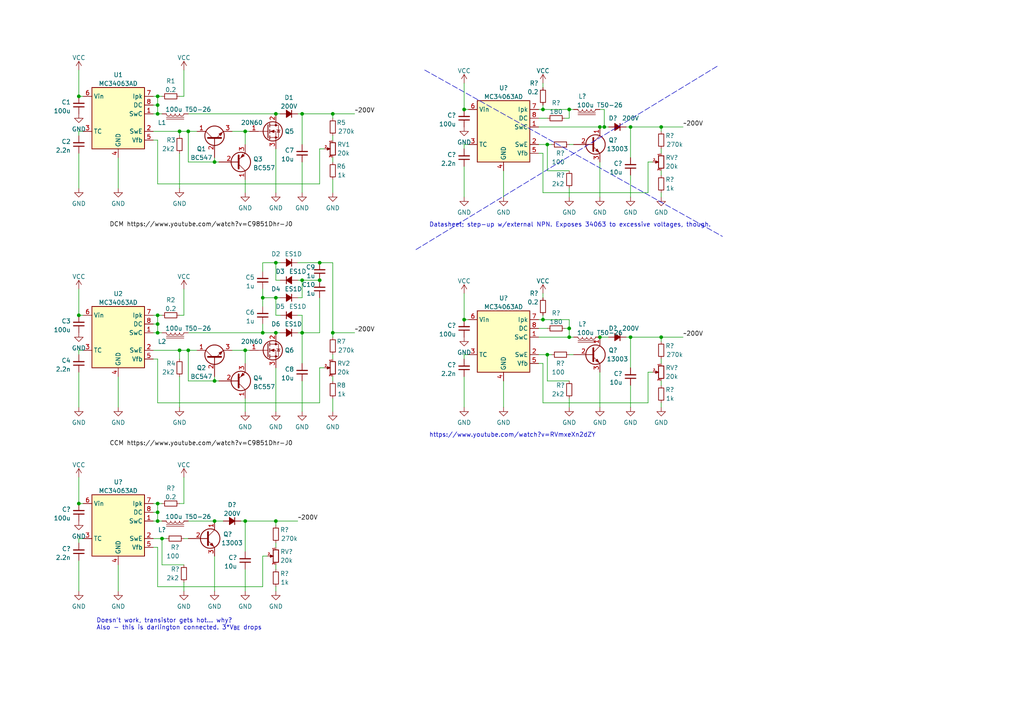
<source format=kicad_sch>
(kicad_sch (version 20211123) (generator eeschema)
  (paper "A4")
  (lib_symbols
    (symbol "Device:C_Small" (pin_numbers hide) (pin_names (offset 0.254) hide)
      (property "Reference" "C" (at 0.254 1.778 0))
      (property "Value" "C_Small" (at 0.254 -2.032 0))
      (symbol "C_Small_0_1"
        (polyline (pts (xy -1.524 -0.508) (xy 1.524 -0.508)) (stroke (width 0.3302)))
        (polyline (pts (xy -1.524 0.508) (xy 1.524 0.508)) (stroke (width 0.3048)))
      )
      (symbol "C_Small_1_1"
        (pin passive line (at 0 2.54 270) (length 2.032) (name "~") (number "1"))
        (pin passive line (at 0 -2.54 90) (length 2.032) (name "~") (number "2"))
      )
    )
    (symbol "Device:D_Small_Filled" (pin_numbers hide) (pin_names (offset 0.254) hide)
      (property "Reference" "D" (at -1.27 2.032 0))
      (property "Value" "D_Small_Filled" (at -3.81 -2.032 0))
      (symbol "D_Small_Filled_0_1"
        (polyline (pts (xy -0.762 -1.016) (xy -0.762 1.016)) (stroke (width 0.254)))
        (polyline (pts (xy -0.762 0) (xy 0.762 0)))
        (polyline (pts (xy 0.762 -1.016) (xy -0.762 0) (xy 0.762 1.016) (xy 0.762 -1.016)) (stroke (width 0.254)) (fill (type outline)))
      )
      (symbol "D_Small_Filled_1_1"
        (pin passive line (at -2.54 0 0) (length 1.778) (name "K") (number "1"))
        (pin passive line (at 2.54 0 180) (length 1.778) (name "A") (number "2"))
      )
    )
    (symbol "Device:L_Iron" (pin_numbers hide) (pin_names (offset 1.016) hide)
      (property "Reference" "L" (at -1.27 0 90))
      (property "Value" "L_Iron" (at 2.794 0 90))
      (symbol "L_Iron_0_1"
        (arc (start 0 -2.54) (mid 0.635 -1.905) (end 0 -1.27))
        (arc (start 0 -1.27) (mid 0.635 -0.635) (end 0 0))
        (polyline (pts (xy 1.016 2.54) (xy 1.016 -2.54)))
        (polyline (pts (xy 1.524 -2.54) (xy 1.524 2.54)))
        (arc (start 0 0) (mid 0.635 0.635) (end 0 1.27))
        (arc (start 0 1.27) (mid 0.635 1.905) (end 0 2.54))
      )
      (symbol "L_Iron_1_1"
        (pin passive line (at 0 3.81 270) (length 1.27) (name "1") (number "1"))
        (pin passive line (at 0 -3.81 90) (length 1.27) (name "2") (number "2"))
      )
    )
    (symbol "Device:Q_NMOS_GDS" (pin_names (offset 0) hide)
      (property "Reference" "Q" (at 5.08 1.27 0))
      (property "Value" "Q_NMOS_GDS" (at 5.08 -1.27 0))
      (symbol "Q_NMOS_GDS_0_1"
        (polyline (pts (xy 0.254 0) (xy -2.54 0)))
        (polyline (pts (xy 0.254 1.905) (xy 0.254 -1.905)) (stroke (width 0.254)))
        (polyline (pts (xy 0.762 -1.27) (xy 0.762 -2.286)) (stroke (width 0.254)))
        (polyline (pts (xy 0.762 0.508) (xy 0.762 -0.508)) (stroke (width 0.254)))
        (polyline (pts (xy 0.762 2.286) (xy 0.762 1.27)) (stroke (width 0.254)))
        (polyline (pts (xy 2.54 2.54) (xy 2.54 1.778)))
        (polyline (pts (xy 2.54 -2.54) (xy 2.54 0) (xy 0.762 0)))
        (polyline (pts (xy 0.762 -1.778) (xy 3.302 -1.778) (xy 3.302 1.778) (xy 0.762 1.778)))
        (polyline (pts (xy 1.016 0) (xy 2.032 0.381) (xy 2.032 -0.381) (xy 1.016 0)) (fill (type outline)))
        (polyline (pts (xy 2.794 0.508) (xy 2.921 0.381) (xy 3.683 0.381) (xy 3.81 0.254)))
        (polyline (pts (xy 3.302 0.381) (xy 2.921 -0.254) (xy 3.683 -0.254) (xy 3.302 0.381)))
        (circle (center 1.651 0) (radius 2.794) (stroke (width 0.254)))
        (circle (center 2.54 -1.778) (radius 0.254) (fill (type outline)))
        (circle (center 2.54 1.778) (radius 0.254) (fill (type outline)))
      )
      (symbol "Q_NMOS_GDS_1_1"
        (pin input line (at -5.08 0 0) (length 2.54) (name "G") (number "1"))
        (pin passive line (at 2.54 5.08 270) (length 2.54) (name "D") (number "2"))
        (pin passive line (at 2.54 -5.08 90) (length 2.54) (name "S") (number "3"))
      )
    )
    (symbol "Device:Q_NPN_CBE" (pin_names (offset 0) hide)
      (property "Reference" "Q" (at 5.08 1.27 0))
      (property "Value" "Q_NPN_CBE" (at 5.08 -1.27 0))
      (symbol "Q_NPN_CBE_0_1"
        (polyline (pts (xy 0.635 0.635) (xy 2.54 2.54)))
        (polyline (pts (xy 0.635 -0.635) (xy 2.54 -2.54) (xy 2.54 -2.54)))
        (polyline (pts (xy 0.635 1.905) (xy 0.635 -1.905) (xy 0.635 -1.905)) (stroke (width 0.508)))
        (polyline (pts (xy 1.27 -1.778) (xy 1.778 -1.27) (xy 2.286 -2.286) (xy 1.27 -1.778) (xy 1.27 -1.778)) (fill (type outline)))
        (circle (center 1.27 0) (radius 2.8194) (stroke (width 0.254)))
      )
      (symbol "Q_NPN_CBE_1_1"
        (pin passive line (at 2.54 5.08 270) (length 2.54) (name "C") (number "1"))
        (pin input line (at -5.08 0 0) (length 5.715) (name "B") (number "2"))
        (pin passive line (at 2.54 -5.08 90) (length 2.54) (name "E") (number "3"))
      )
    )
    (symbol "Device:Q_PNP_CBE" (pin_names (offset 0) hide)
      (property "Reference" "Q" (at 5.08 1.27 0))
      (property "Value" "Q_PNP_CBE" (at 5.08 -1.27 0))
      (symbol "Q_PNP_CBE_0_1"
        (polyline (pts (xy 0.635 0.635) (xy 2.54 2.54)))
        (polyline (pts (xy 0.635 -0.635) (xy 2.54 -2.54) (xy 2.54 -2.54)))
        (polyline (pts (xy 0.635 1.905) (xy 0.635 -1.905) (xy 0.635 -1.905)) (stroke (width 0.508)))
        (polyline (pts (xy 2.286 -1.778) (xy 1.778 -2.286) (xy 1.27 -1.27) (xy 2.286 -1.778) (xy 2.286 -1.778)) (fill (type outline)))
        (circle (center 1.27 0) (radius 2.8194) (stroke (width 0.254)))
      )
      (symbol "Q_PNP_CBE_1_1"
        (pin passive line (at 2.54 5.08 270) (length 2.54) (name "C") (number "1"))
        (pin input line (at -5.08 0 0) (length 5.715) (name "B") (number "2"))
        (pin passive line (at 2.54 -5.08 90) (length 2.54) (name "E") (number "3"))
      )
    )
    (symbol "Device:R_Potentiometer_Small" (pin_names (offset 1.016) hide)
      (property "Reference" "RV" (at -4.445 0 90))
      (property "Value" "R_Potentiometer_Small" (at -2.54 0 90))
      (symbol "R_Potentiometer_Small_0_1"
        (polyline (pts (xy 0.889 0) (xy 0.635 0) (xy 1.651 0.381) (xy 1.651 -0.381) (xy 0.635 0) (xy 0.889 0)) (fill (type outline)))
        (rectangle (start 0.762 1.8034) (end -0.762 -1.8034) (stroke (width 0.254)))
      )
      (symbol "R_Potentiometer_Small_1_1"
        (pin passive line (at 0 2.54 270) (length 0.635) (name "1") (number "1"))
        (pin passive line (at 2.54 0 180) (length 0.9906) (name "2") (number "2"))
        (pin passive line (at 0 -2.54 90) (length 0.635) (name "3") (number "3"))
      )
    )
    (symbol "Device:R_Small" (pin_numbers hide) (pin_names (offset 0.254) hide)
      (property "Reference" "R" (at 0.762 0.508 0))
      (property "Value" "R_Small" (at 0.762 -1.016 0))
      (symbol "R_Small_0_1"
        (rectangle (start -0.762 1.778) (end 0.762 -1.778) (stroke (width 0.2032)))
      )
      (symbol "R_Small_1_1"
        (pin passive line (at 0 2.54 270) (length 0.762) (name "~") (number "1"))
        (pin passive line (at 0 -2.54 90) (length 0.762) (name "~") (number "2"))
      )
    )
    (symbol "Regulator_Switching:MC34063AD"
      (property "Reference" "U" (at -7.62 8.89 0))
      (property "Value" "MC34063AD" (at 0 8.89 0))
      (symbol "MC34063AD_0_1"
        (rectangle (start -7.62 7.62) (end 7.62 -10.16) (stroke (width 0.254)) (fill (type background)))
      )
      (symbol "MC34063AD_1_1"
        (pin open_collector line (at 10.16 0 180) (length 2.54) (name "SwC") (number "1"))
        (pin open_emitter line (at 10.16 -5.08 180) (length 2.54) (name "SwE") (number "2"))
        (pin passive line (at -10.16 -5.08 0) (length 2.54) (name "TC") (number "3"))
        (pin power_in line (at 0 -12.7 90) (length 2.54) (name "GND") (number "4"))
        (pin input line (at 10.16 -7.62 180) (length 2.54) (name "Vfb") (number "5"))
        (pin power_in line (at -10.16 5.08 0) (length 2.54) (name "Vin") (number "6"))
        (pin input line (at 10.16 5.08 180) (length 2.54) (name "Ipk") (number "7"))
        (pin open_collector line (at 10.16 2.54 180) (length 2.54) (name "DC") (number "8"))
      )
    )
    (symbol "power:GND" (power) (pin_names (offset 0))
      (property "Value" "GND" (at 0 -3.81 0))
      (symbol "GND_0_1"
        (polyline (pts (xy 0 0) (xy 0 -1.27) (xy 1.27 -1.27) (xy 0 -2.54) (xy -1.27 -1.27) (xy 0 -1.27)))
      )
      (symbol "GND_1_1"
        (pin power_in line (at 0 0 270) (length 0) hide (name "GND") (number "1"))
      )
    )
    (symbol "power:VCC" (power) (pin_names (offset 0))
      (property "Value" "VCC" (at 0 3.81 0))
      (symbol "VCC_0_1"
        (polyline (pts (xy -0.762 1.27) (xy 0 2.54)))
        (polyline (pts (xy 0 0) (xy 0 2.54)))
        (polyline (pts (xy 0 2.54) (xy 0.762 1.27)))
      )
      (symbol "VCC_1_1"
        (pin power_in line (at 0 0 90) (length 0) hide (name "VCC") (number "1"))
      )
    )
  )
  (junction (at 52.07 101.6))
  (junction (at 87.63 33.02))
  (junction (at 45.72 91.44))
  (junction (at 22.86 146.05))
  (junction (at 182.88 97.79))
  (junction (at 87.63 96.52))
  (junction (at 96.52 96.52))
  (junction (at 165.1 31.75))
  (junction (at 54.61 38.1))
  (junction (at 157.48 92.71))
  (junction (at 46.99 156.21))
  (junction (at 92.71 81.28))
  (junction (at 22.86 27.94))
  (junction (at 96.52 33.02))
  (junction (at 157.48 31.75))
  (junction (at 62.23 151.13))
  (junction (at 158.75 41.91))
  (junction (at 71.12 101.6))
  (junction (at 45.72 148.59))
  (junction (at 62.23 46.99))
  (junction (at 165.1 95.25))
  (junction (at 173.99 97.79))
  (junction (at 191.77 97.79))
  (junction (at 191.77 36.83))
  (junction (at 62.23 110.49))
  (junction (at 54.61 101.6))
  (junction (at 71.12 38.1))
  (junction (at 80.01 33.02))
  (junction (at 173.99 36.83))
  (junction (at 45.72 33.02))
  (junction (at 175.26 36.83))
  (junction (at 52.07 38.1))
  (junction (at 134.62 31.75))
  (junction (at 45.72 93.98))
  (junction (at 22.86 91.44))
  (junction (at 76.2 86.36))
  (junction (at 45.72 146.05))
  (junction (at 45.72 96.52))
  (junction (at 76.2 96.52))
  (junction (at 158.75 102.87))
  (junction (at 80.01 86.36))
  (junction (at 134.62 92.71))
  (junction (at 80.01 96.52))
  (junction (at 80.01 76.2))
  (junction (at 71.12 151.13))
  (junction (at 182.88 36.83))
  (junction (at 92.71 76.2))
  (junction (at 87.63 81.28))
  (junction (at 165.1 97.79))
  (junction (at 80.01 151.13))
  (junction (at 45.72 30.48))
  (junction (at 45.72 27.94))
  (junction (at 45.72 151.13))
  (wire (pts (xy 96.52 102.87) (xy 96.52 104.14)))
  (wire (pts (xy 92.71 81.28) (xy 87.63 81.28)))
  (wire (pts (xy 52.07 109.22) (xy 52.07 118.11)))
  (wire (pts (xy 45.72 170.18) (xy 45.72 158.75)))
  (wire (pts (xy 198.12 97.79) (xy 191.77 97.79)))
  (wire (pts (xy 86.36 91.44) (xy 87.63 91.44)))
  (wire (pts (xy 157.48 25.4) (xy 157.48 24.13)))
  (wire (pts (xy 134.62 41.91) (xy 135.89 41.91)))
  (wire (pts (xy 71.12 151.13) (xy 69.85 151.13)))
  (wire (pts (xy 81.28 81.28) (xy 80.01 81.28)))
  (wire (pts (xy 96.52 55.88) (xy 96.52 52.07)))
  (wire (pts (xy 45.72 158.75) (xy 44.45 158.75)))
  (wire (pts (xy 22.86 20.32) (xy 22.86 27.94)))
  (wire (pts (xy 173.99 31.75) (xy 175.26 31.75)))
  (wire (pts (xy 87.63 33.02) (xy 86.36 33.02)))
  (wire (pts (xy 191.77 118.11) (xy 191.77 116.84)))
  (wire (pts (xy 71.12 38.1) (xy 71.12 41.91)))
  (wire (pts (xy 22.86 27.94) (xy 24.13 27.94)))
  (wire (pts (xy 165.1 102.87) (xy 166.37 102.87)))
  (wire (pts (xy 158.75 41.91) (xy 158.75 49.53)))
  (wire (pts (xy 158.75 110.49) (xy 165.1 110.49)))
  (wire (pts (xy 80.01 106.68) (xy 80.01 119.38)))
  (wire (pts (xy 96.52 119.38) (xy 96.52 115.57)))
  (wire (pts (xy 191.77 104.14) (xy 191.77 105.41)))
  (wire (pts (xy 146.05 110.49) (xy 146.05 118.11)))
  (wire (pts (xy 96.52 96.52) (xy 96.52 76.2)))
  (wire (pts (xy 93.98 106.68) (xy 92.71 106.68)))
  (wire (pts (xy 52.07 146.05) (xy 53.34 146.05)))
  (wire (pts (xy 187.96 46.99) (xy 187.96 55.88)))
  (wire (pts (xy 80.01 163.83) (xy 80.01 165.1)))
  (wire (pts (xy 80.01 157.48) (xy 80.01 158.75)))
  (wire (pts (xy 191.77 97.79) (xy 182.88 97.79)))
  (wire (pts (xy 191.77 57.15) (xy 191.77 55.88)))
  (wire (pts (xy 54.61 110.49) (xy 54.61 101.6)))
  (wire (pts (xy 64.77 151.13) (xy 62.23 151.13)))
  (wire (pts (xy 80.01 151.13) (xy 71.12 151.13)))
  (wire (pts (xy 182.88 111.76) (xy 182.88 118.11)))
  (wire (pts (xy 157.48 92.71) (xy 157.48 91.44)))
  (wire (pts (xy 134.62 43.18) (xy 134.62 41.91)))
  (wire (pts (xy 44.45 93.98) (xy 45.72 93.98)))
  (wire (pts (xy 182.88 36.83) (xy 181.61 36.83)))
  (wire (pts (xy 62.23 45.72) (xy 62.23 46.99)))
  (wire (pts (xy 80.01 76.2) (xy 80.01 81.28)))
  (wire (pts (xy 96.52 45.72) (xy 96.52 46.99)))
  (wire (pts (xy 182.88 106.68) (xy 182.88 97.79)))
  (wire (pts (xy 182.88 50.8) (xy 182.88 57.15)))
  (wire (pts (xy 45.72 53.34) (xy 45.72 40.64)))
  (wire (pts (xy 146.05 49.53) (xy 146.05 57.15)))
  (wire (pts (xy 165.1 34.29) (xy 163.83 34.29)))
  (wire (pts (xy 71.12 38.1) (xy 72.39 38.1)))
  (wire (pts (xy 175.26 36.83) (xy 173.99 36.83)))
  (wire (pts (xy 165.1 95.25) (xy 163.83 95.25)))
  (wire (pts (xy 34.29 109.22) (xy 34.29 118.11)))
  (wire (pts (xy 158.75 41.91) (xy 156.21 41.91)))
  (wire (pts (xy 22.86 118.11) (xy 22.86 107.95)))
  (wire (pts (xy 45.72 116.84) (xy 45.72 104.14)))
  (wire (pts (xy 81.28 91.44) (xy 80.01 91.44)))
  (wire (pts (xy 165.1 54.61) (xy 165.1 57.15)))
  (wire (pts (xy 189.23 107.95) (xy 187.96 107.95)))
  (wire (pts (xy 160.02 102.87) (xy 158.75 102.87)))
  (wire (pts (xy 92.71 106.68) (xy 92.71 116.84)))
  (wire (pts (xy 87.63 96.52) (xy 86.36 96.52)))
  (polyline (pts (xy 120.65 72.39) (xy 208.28 19.05)))
  (wire (pts (xy 92.71 43.18) (xy 92.71 53.34)))
  (wire (pts (xy 62.23 109.22) (xy 62.23 110.49)))
  (wire (pts (xy 76.2 170.18) (xy 45.72 170.18)))
  (wire (pts (xy 67.31 101.6) (xy 71.12 101.6)))
  (wire (pts (xy 71.12 119.38) (xy 71.12 115.57)))
  (wire (pts (xy 96.52 33.02) (xy 87.63 33.02)))
  (wire (pts (xy 71.12 165.1) (xy 71.12 171.45)))
  (wire (pts (xy 134.62 24.13) (xy 134.62 31.75)))
  (wire (pts (xy 22.86 54.61) (xy 22.86 44.45)))
  (wire (pts (xy 157.48 92.71) (xy 165.1 92.71)))
  (wire (pts (xy 92.71 53.34) (xy 45.72 53.34)))
  (wire (pts (xy 198.12 36.83) (xy 191.77 36.83)))
  (wire (pts (xy 53.34 168.91) (xy 53.34 171.45)))
  (wire (pts (xy 44.45 91.44) (xy 45.72 91.44)))
  (wire (pts (xy 160.02 41.91) (xy 158.75 41.91)))
  (wire (pts (xy 44.45 33.02) (xy 45.72 33.02)))
  (wire (pts (xy 45.72 30.48) (xy 45.72 27.94)))
  (wire (pts (xy 134.62 102.87) (xy 135.89 102.87)))
  (wire (pts (xy 134.62 104.14) (xy 134.62 102.87)))
  (wire (pts (xy 92.71 86.36) (xy 92.71 96.52)))
  (wire (pts (xy 76.2 83.82) (xy 76.2 86.36)))
  (wire (pts (xy 45.72 27.94) (xy 46.99 27.94)))
  (wire (pts (xy 96.52 34.29) (xy 96.52 33.02)))
  (wire (pts (xy 187.96 116.84) (xy 157.48 116.84)))
  (wire (pts (xy 87.63 91.44) (xy 87.63 96.52)))
  (wire (pts (xy 87.63 110.49) (xy 87.63 119.38)))
  (wire (pts (xy 71.12 55.88) (xy 71.12 52.07)))
  (wire (pts (xy 54.61 46.99) (xy 54.61 38.1)))
  (wire (pts (xy 45.72 151.13) (xy 45.72 148.59)))
  (wire (pts (xy 81.28 96.52) (xy 80.01 96.52)))
  (wire (pts (xy 76.2 161.29) (xy 76.2 170.18)))
  (wire (pts (xy 165.1 31.75) (xy 165.1 34.29)))
  (wire (pts (xy 44.45 101.6) (xy 52.07 101.6)))
  (wire (pts (xy 22.86 157.48) (xy 22.86 156.21)))
  (wire (pts (xy 165.1 41.91) (xy 166.37 41.91)))
  (wire (pts (xy 53.34 156.21) (xy 54.61 156.21)))
  (wire (pts (xy 45.72 148.59) (xy 45.72 146.05)))
  (wire (pts (xy 46.99 156.21) (xy 44.45 156.21)))
  (wire (pts (xy 52.07 44.45) (xy 52.07 54.61)))
  (wire (pts (xy 156.21 36.83) (xy 173.99 36.83)))
  (wire (pts (xy 46.99 96.52) (xy 45.72 96.52)))
  (wire (pts (xy 22.86 102.87) (xy 22.86 101.6)))
  (wire (pts (xy 62.23 110.49) (xy 63.5 110.49)))
  (wire (pts (xy 48.26 156.21) (xy 46.99 156.21)))
  (wire (pts (xy 53.34 146.05) (xy 53.34 138.43)))
  (wire (pts (xy 22.86 101.6) (xy 24.13 101.6)))
  (wire (pts (xy 86.36 86.36) (xy 87.63 86.36)))
  (wire (pts (xy 54.61 101.6) (xy 52.07 101.6)))
  (wire (pts (xy 134.62 92.71) (xy 135.89 92.71)))
  (wire (pts (xy 45.72 146.05) (xy 46.99 146.05)))
  (wire (pts (xy 191.77 110.49) (xy 191.77 111.76)))
  (wire (pts (xy 156.21 92.71) (xy 157.48 92.71)))
  (wire (pts (xy 53.34 27.94) (xy 53.34 20.32)))
  (wire (pts (xy 187.96 107.95) (xy 187.96 116.84)))
  (wire (pts (xy 156.21 31.75) (xy 157.48 31.75)))
  (wire (pts (xy 157.48 55.88) (xy 157.48 44.45)))
  (wire (pts (xy 87.63 41.91) (xy 87.63 33.02)))
  (wire (pts (xy 81.28 33.02) (xy 80.01 33.02)))
  (wire (pts (xy 134.62 85.09) (xy 134.62 92.71)))
  (wire (pts (xy 45.72 33.02) (xy 45.72 30.48)))
  (wire (pts (xy 182.88 97.79) (xy 181.61 97.79)))
  (wire (pts (xy 45.72 93.98) (xy 45.72 91.44)))
  (wire (pts (xy 52.07 27.94) (xy 53.34 27.94)))
  (wire (pts (xy 62.23 110.49) (xy 54.61 110.49)))
  (wire (pts (xy 22.86 91.44) (xy 24.13 91.44)))
  (wire (pts (xy 96.52 39.37) (xy 96.52 40.64)))
  (wire (pts (xy 46.99 33.02) (xy 45.72 33.02)))
  (wire (pts (xy 34.29 163.83) (xy 34.29 171.45)))
  (wire (pts (xy 76.2 86.36) (xy 80.01 86.36)))
  (wire (pts (xy 80.01 86.36) (xy 81.28 86.36)))
  (wire (pts (xy 22.86 38.1) (xy 24.13 38.1)))
  (wire (pts (xy 22.86 171.45) (xy 22.86 162.56)))
  (wire (pts (xy 76.2 93.98) (xy 76.2 96.52)))
  (wire (pts (xy 76.2 96.52) (xy 80.01 96.52)))
  (wire (pts (xy 80.01 43.18) (xy 80.01 55.88)))
  (wire (pts (xy 157.48 31.75) (xy 165.1 31.75)))
  (wire (pts (xy 22.86 146.05) (xy 24.13 146.05)))
  (wire (pts (xy 175.26 31.75) (xy 175.26 36.83)))
  (wire (pts (xy 53.34 91.44) (xy 53.34 83.82)))
  (wire (pts (xy 176.53 36.83) (xy 175.26 36.83)))
  (wire (pts (xy 52.07 91.44) (xy 53.34 91.44)))
  (wire (pts (xy 158.75 49.53) (xy 165.1 49.53)))
  (wire (pts (xy 166.37 31.75) (xy 165.1 31.75)))
  (wire (pts (xy 62.23 46.99) (xy 63.5 46.99)))
  (wire (pts (xy 173.99 97.79) (xy 176.53 97.79)))
  (wire (pts (xy 80.01 91.44) (xy 80.01 86.36)))
  (wire (pts (xy 191.77 99.06) (xy 191.77 97.79)))
  (wire (pts (xy 157.48 86.36) (xy 157.48 85.09)))
  (wire (pts (xy 157.48 105.41) (xy 156.21 105.41)))
  (wire (pts (xy 92.71 76.2) (xy 96.52 76.2)))
  (wire (pts (xy 86.36 151.13) (xy 80.01 151.13)))
  (wire (pts (xy 76.2 78.74) (xy 76.2 76.2)))
  (wire (pts (xy 52.07 39.37) (xy 52.07 38.1)))
  (wire (pts (xy 67.31 38.1) (xy 71.12 38.1)))
  (wire (pts (xy 87.63 105.41) (xy 87.63 96.52)))
  (wire (pts (xy 156.21 97.79) (xy 165.1 97.79)))
  (wire (pts (xy 44.45 146.05) (xy 45.72 146.05)))
  (wire (pts (xy 71.12 101.6) (xy 72.39 101.6)))
  (wire (pts (xy 158.75 34.29) (xy 156.21 34.29)))
  (wire (pts (xy 54.61 33.02) (xy 80.01 33.02)))
  (wire (pts (xy 134.62 118.11) (xy 134.62 109.22)))
  (wire (pts (xy 80.01 171.45) (xy 80.01 170.18)))
  (wire (pts (xy 44.45 151.13) (xy 45.72 151.13)))
  (wire (pts (xy 96.52 109.22) (xy 96.52 110.49)))
  (wire (pts (xy 71.12 101.6) (xy 71.12 105.41)))
  (wire (pts (xy 165.1 115.57) (xy 165.1 118.11)))
  (wire (pts (xy 182.88 45.72) (xy 182.88 36.83)))
  (wire (pts (xy 62.23 161.29) (xy 62.23 171.45)))
  (wire (pts (xy 191.77 36.83) (xy 182.88 36.83)))
  (wire (pts (xy 189.23 46.99) (xy 187.96 46.99)))
  (wire (pts (xy 157.48 116.84) (xy 157.48 105.41)))
  (wire (pts (xy 44.45 148.59) (xy 45.72 148.59)))
  (wire (pts (xy 92.71 116.84) (xy 45.72 116.84)))
  (wire (pts (xy 76.2 88.9) (xy 76.2 86.36)))
  (wire (pts (xy 22.86 83.82) (xy 22.86 91.44)))
  (wire (pts (xy 191.77 49.53) (xy 191.77 50.8)))
  (wire (pts (xy 44.45 27.94) (xy 45.72 27.94)))
  (wire (pts (xy 44.45 38.1) (xy 52.07 38.1)))
  (wire (pts (xy 134.62 57.15) (xy 134.62 48.26)))
  (wire (pts (xy 134.62 31.75) (xy 135.89 31.75)))
  (wire (pts (xy 80.01 76.2) (xy 81.28 76.2)))
  (wire (pts (xy 165.1 92.71) (xy 165.1 95.25)))
  (wire (pts (xy 45.72 104.14) (xy 44.45 104.14)))
  (wire (pts (xy 46.99 163.83) (xy 53.34 163.83)))
  (wire (pts (xy 166.37 97.79) (xy 165.1 97.79)))
  (wire (pts (xy 46.99 151.13) (xy 45.72 151.13)))
  (wire (pts (xy 187.96 55.88) (xy 157.48 55.88)))
  (wire (pts (xy 45.72 40.64) (xy 44.45 40.64)))
  (wire (pts (xy 173.99 107.95) (xy 173.99 118.11)))
  (wire (pts (xy 102.87 33.02) (xy 96.52 33.02)))
  (wire (pts (xy 45.72 91.44) (xy 46.99 91.44)))
  (wire (pts (xy 157.48 44.45) (xy 156.21 44.45)))
  (wire (pts (xy 54.61 151.13) (xy 62.23 151.13)))
  (wire (pts (xy 52.07 104.14) (xy 52.07 101.6)))
  (wire (pts (xy 93.98 43.18) (xy 92.71 43.18)))
  (wire (pts (xy 54.61 38.1) (xy 52.07 38.1)))
  (wire (pts (xy 44.45 96.52) (xy 45.72 96.52)))
  (wire (pts (xy 158.75 95.25) (xy 156.21 95.25)))
  (wire (pts (xy 86.36 76.2) (xy 92.71 76.2)))
  (wire (pts (xy 87.63 86.36) (xy 87.63 81.28)))
  (wire (pts (xy 92.71 96.52) (xy 87.63 96.52)))
  (wire (pts (xy 96.52 97.79) (xy 96.52 96.52)))
  (wire (pts (xy 191.77 43.18) (xy 191.77 44.45)))
  (wire (pts (xy 22.86 138.43) (xy 22.86 146.05)))
  (wire (pts (xy 158.75 102.87) (xy 158.75 110.49)))
  (polyline (pts (xy 123.19 20.32) (xy 209.55 68.58)))
  (wire (pts (xy 44.45 30.48) (xy 45.72 30.48)))
  (wire (pts (xy 57.15 101.6) (xy 54.61 101.6)))
  (wire (pts (xy 54.61 96.52) (xy 76.2 96.52)))
  (wire (pts (xy 71.12 160.02) (xy 71.12 151.13)))
  (wire (pts (xy 46.99 156.21) (xy 46.99 163.83)))
  (wire (pts (xy 102.87 96.52) (xy 96.52 96.52)))
  (wire (pts (xy 57.15 38.1) (xy 54.61 38.1)))
  (wire (pts (xy 157.48 31.75) (xy 157.48 30.48)))
  (wire (pts (xy 22.86 39.37) (xy 22.86 38.1)))
  (wire (pts (xy 191.77 38.1) (xy 191.77 36.83)))
  (wire (pts (xy 165.1 95.25) (xy 165.1 97.79)))
  (wire (pts (xy 22.86 156.21) (xy 24.13 156.21)))
  (wire (pts (xy 76.2 76.2) (xy 80.01 76.2)))
  (wire (pts (xy 87.63 46.99) (xy 87.63 55.88)))
  (wire (pts (xy 87.63 81.28) (xy 86.36 81.28)))
  (wire (pts (xy 158.75 102.87) (xy 156.21 102.87)))
  (wire (pts (xy 62.23 46.99) (xy 54.61 46.99)))
  (wire (pts (xy 173.99 46.99) (xy 173.99 57.15)))
  (wire (pts (xy 77.47 161.29) (xy 76.2 161.29)))
  (wire (pts (xy 34.29 45.72) (xy 34.29 54.61)))
  (wire (pts (xy 45.72 96.52) (xy 45.72 93.98)))
  (wire (pts (xy 80.01 152.4) (xy 80.01 151.13)))
  (text "https://www.youtube.com/watch?v=RVmxeXn2dZY" (at 124.46 127 0) (effects (font (size 1.27 1.27)) (justify left bottom)))
  (text "Doesn't work, transistor gets hot... why?\nAlso - this is darlington connected. 3*V_{BE} drops" (at 27.94 182.88 0) (effects (font (size 1.27 1.27)) (justify left bottom)))
  (text "Datasheet; step-up w/external NPN. Exposes 34063 to excessive voltages, though." (at 124.46 66.04 0) (effects (font (size 1.27 1.27)) (justify left bottom)))
  (label "~200V" (at 86.36 151.13 0))
  (label "~200V" (at 198.12 36.83 0))
  (label "CCM https:{slash}{slash}www.youtube.com{slash}watch?v=C9851Dhr-J0" (at 31.75 129.54 0))
  (label "~200V" (at 102.87 96.52 0))
  (label "~200V" (at 102.87 33.02 0))
  (label "DCM https:{slash}{slash}www.youtube.com{slash}watch?v=C9851Dhr-J0" (at 31.75 66.04 0))
  (label "~200V" (at 198.12 97.79 0))
  (symbol (lib_id "Device:L_Iron") (at 50.8 96.52 270) (unit 1)
    (property "Reference" "L2" (at 46.99 99.06 90))
    (property "Value" "100u T50-26" (at 54.61 95.25 90))
  )
  (symbol (lib_id "power:GND") (at 191.77 118.11 0) (unit 1)
    (property "Reference" "#PWR?" (effects hide))
    (property "Value" "GND" (at 191.77 122.5534 0))
  )
  (symbol (lib_id "power:GND") (at 165.1 118.11 0) (unit 1)
    (property "Reference" "#PWR?" (effects hide))
    (property "Value" "GND" (at 165.1 122.5534 0))
  )
  (symbol (lib_id "Device:R_Small") (at 96.52 113.03 0) (mirror y) (unit 1)
    (property "Reference" "R8" (at 100.33 111.76 0) (effects (justify left)))
    (property "Value" "1k" (at 100.33 114.3 0) (effects (justify left)))
  )
  (symbol (lib_id "power:GND") (at 22.86 33.02 0) (unit 1)
    (property "Reference" "#PWR02" (effects hide))
    (property "Value" "GND" (at 22.86 37.4634 0))
  )
  (symbol (lib_id "Device:R_Small") (at 96.52 100.33 0) (mirror y) (unit 1)
    (property "Reference" "R7" (at 100.33 99.06 0) (effects (justify left)))
    (property "Value" "270k" (at 102.87 101.6 0) (effects (justify left)))
  )
  (symbol (lib_id "power:VCC") (at 134.62 85.09 0) (unit 1)
    (property "Reference" "#PWR?" (effects hide))
    (property "Value" "VCC" (at 134.62 81.5142 0))
  )
  (symbol (lib_id "power:GND") (at 22.86 151.13 0) (unit 1)
    (property "Reference" "#PWR?" (effects hide))
    (property "Value" "GND" (at 22.86 155.5734 0))
  )
  (symbol (lib_id "Device:R_Small") (at 191.77 114.3 0) (mirror y) (unit 1)
    (property "Reference" "R?" (at 195.58 113.03 0) (effects (justify left)))
    (property "Value" "1k" (at 195.58 115.57 0) (effects (justify left)))
  )
  (symbol (lib_id "Device:Q_NPN_CBE") (at 59.69 156.21 0) (unit 1)
    (property "Reference" "Q?" (at 66.04 154.94 0))
    (property "Value" "13003" (at 67.31 157.48 0))
  )
  (symbol (lib_id "power:GND") (at 52.07 54.61 0) (unit 1)
    (property "Reference" "#PWR09" (effects hide))
    (property "Value" "GND" (at 52.07 59.0534 0))
  )
  (symbol (lib_id "Device:Q_NPN_CBE") (at 62.23 40.64 90) (unit 1)
    (property "Reference" "Q1" (at 58.42 43.18 90))
    (property "Value" "BC547" (at 58.42 45.72 90))
  )
  (symbol (lib_id "Device:R_Small") (at 161.29 95.25 270) (unit 1)
    (property "Reference" "R?" (at 161.29 90.8136 90))
    (property "Value" "180" (at 161.29 93.3505 90))
  )
  (symbol (lib_id "power:GND") (at 96.52 55.88 0) (unit 1)
    (property "Reference" "#PWR019" (effects hide))
    (property "Value" "GND" (at 96.52 60.3234 0))
  )
  (symbol (lib_id "Device:R_Small") (at 191.77 40.64 0) (mirror y) (unit 1)
    (property "Reference" "R?" (at 195.58 39.37 0) (effects (justify left)))
    (property "Value" "270k" (at 198.12 41.91 0) (effects (justify left)))
  )
  (symbol (lib_id "Device:R_Small") (at 191.77 101.6 0) (mirror y) (unit 1)
    (property "Reference" "R?" (at 195.58 100.33 0) (effects (justify left)))
    (property "Value" "270k" (at 198.12 102.87 0) (effects (justify left)))
  )
  (symbol (lib_id "power:GND") (at 34.29 54.61 0) (unit 1)
    (property "Reference" "#PWR07" (effects hide))
    (property "Value" "GND" (at 34.29 59.0534 0))
  )
  (symbol (lib_id "Device:R_Small") (at 52.07 41.91 0) (unit 1)
    (property "Reference" "R3" (at 48.26 40.64 0) (effects (justify left)))
    (property "Value" "2k2" (at 46.99 43.18 0) (effects (justify left)))
  )
  (symbol (lib_id "Regulator_Switching:MC34063AD") (at 34.29 33.02 0) (unit 1)
    (property "Reference" "U1" (at 34.29 21.7002 0))
    (property "Value" "MC34063AD" (at 34.29 24.2371 0))
    (property "Footprint" "Package_SO:SOIC-8_3.9x4.9mm_P1.27mm" (effects hide))
    (property "Datasheet" "http://www.onsemi.com/pub_link/Collateral/MC34063A-D.PDF" (effects hide))
  )
  (symbol (lib_id "power:VCC") (at 134.62 24.13 0) (unit 1)
    (property "Reference" "#PWR?" (effects hide))
    (property "Value" "VCC" (at 134.62 20.5542 0))
  )
  (symbol (lib_id "Device:D_Small_Filled") (at 83.82 96.52 180) (unit 1)
    (property "Reference" "D6" (at 80.01 93.98 0))
    (property "Value" "ES1D" (at 85.09 93.98 0))
  )
  (symbol (lib_id "Device:R_Potentiometer_Small") (at 80.01 161.29 0) (mirror y) (unit 1)
    (property "Reference" "RV?" (at 81.28 160.02 0) (effects (justify right)))
    (property "Value" "20k" (at 81.28 162.56 0) (effects (justify right)))
  )
  (symbol (lib_id "Device:C_Small") (at 76.2 81.28 0) (mirror x) (unit 1)
    (property "Reference" "C5" (at 73.8759 80.4389 0) (effects (justify right)))
    (property "Value" "1u" (at 73.8759 82.9758 0) (effects (justify right)))
  )
  (symbol (lib_id "Device:R_Small") (at 96.52 49.53 0) (mirror y) (unit 1)
    (property "Reference" "R6" (at 100.33 48.26 0) (effects (justify left)))
    (property "Value" "1k" (at 100.33 50.8 0) (effects (justify left)))
  )
  (symbol (lib_id "Device:Q_PNP_CBE") (at 68.58 110.49 0) (mirror x) (unit 1)
    (property "Reference" "Q4" (at 73.4314 109.6553 0) (effects (justify left)))
    (property "Value" "BC557" (at 73.4314 112.1922 0) (effects (justify left)))
  )
  (symbol (lib_id "power:GND") (at 146.05 57.15 0) (unit 1)
    (property "Reference" "#PWR?" (effects hide))
    (property "Value" "GND" (at 146.05 61.5934 0))
  )
  (symbol (lib_id "power:GND") (at 134.62 57.15 0) (unit 1)
    (property "Reference" "#PWR?" (effects hide))
    (property "Value" "GND" (at 134.62 61.5934 0))
  )
  (symbol (lib_id "Device:L_Iron") (at 50.8 33.02 270) (unit 1)
    (property "Reference" "L1" (at 46.99 35.56 90))
    (property "Value" "100u T50-26" (at 54.61 31.75 90))
  )
  (symbol (lib_id "Device:R_Potentiometer_Small") (at 191.77 107.95 0) (mirror y) (unit 1)
    (property "Reference" "RV?" (at 193.04 106.68 0) (effects (justify right)))
    (property "Value" "20k" (at 193.04 109.22 0) (effects (justify right)))
  )
  (symbol (lib_id "Device:C_Small") (at 182.88 109.22 0) (mirror x) (unit 1)
    (property "Reference" "C?" (at 180.556 108.3789 0) (effects (justify right)))
    (property "Value" "10u" (at 180.556 110.9158 0) (effects (justify right)))
  )
  (symbol (lib_id "Device:D_Small_Filled") (at 83.82 91.44 0) (mirror x) (unit 1)
    (property "Reference" "D5" (at 81.28 88.9 0))
    (property "Value" "ES1D" (at 86.36 88.9 0))
  )
  (symbol (lib_id "power:GND") (at 22.86 96.52 0) (unit 1)
    (property "Reference" "#PWR05" (effects hide))
    (property "Value" "GND" (at 22.86 100.9634 0))
  )
  (symbol (lib_id "Device:Q_NMOS_GDS") (at 77.47 38.1 0) (unit 1)
    (property "Reference" "Q5" (at 82.55 38.1 0) (effects (justify left)))
    (property "Value" "20N60" (at 69.85 35.56 0) (effects (justify left)))
  )
  (symbol (lib_id "power:GND") (at 62.23 171.45 0) (unit 1)
    (property "Reference" "#PWR?" (effects hide))
    (property "Value" "GND" (at 62.23 175.8934 0))
  )
  (symbol (lib_id "Device:C_Small") (at 76.2 91.44 0) (mirror x) (unit 1)
    (property "Reference" "C6" (at 73.8759 90.5989 0) (effects (justify right)))
    (property "Value" "1u" (at 73.8759 93.1358 0) (effects (justify right)))
  )
  (symbol (lib_id "power:GND") (at 22.86 54.61 0) (unit 1)
    (property "Reference" "#PWR03" (effects hide))
    (property "Value" "GND" (at 22.86 59.0534 0))
  )
  (symbol (lib_id "Device:R_Small") (at 80.01 154.94 0) (mirror y) (unit 1)
    (property "Reference" "R?" (at 83.82 153.67 0) (effects (justify left)))
    (property "Value" "270k" (at 86.36 156.21 0) (effects (justify left)))
  )
  (symbol (lib_id "power:GND") (at 165.1 57.15 0) (unit 1)
    (property "Reference" "#PWR?" (effects hide))
    (property "Value" "GND" (at 165.1 61.5934 0))
  )
  (symbol (lib_id "power:GND") (at 134.62 36.83 0) (unit 1)
    (property "Reference" "#PWR?" (effects hide))
    (property "Value" "GND" (at 134.62 41.2734 0))
  )
  (symbol (lib_id "Regulator_Switching:MC34063AD") (at 34.29 151.13 0) (unit 1)
    (property "Reference" "U?" (at 34.29 139.8102 0))
    (property "Value" "MC34063AD" (at 34.29 142.3471 0))
    (property "Footprint" "Package_SO:SOIC-8_3.9x4.9mm_P1.27mm" (effects hide))
    (property "Datasheet" "http://www.onsemi.com/pub_link/Collateral/MC34063A-D.PDF" (effects hide))
  )
  (symbol (lib_id "Device:R_Small") (at 165.1 113.03 0) (unit 1)
    (property "Reference" "R?" (at 161.29 111.76 0) (effects (justify left)))
    (property "Value" "2k2" (at 160.02 114.3 0) (effects (justify left)))
  )
  (symbol (lib_id "power:GND") (at 173.99 57.15 0) (unit 1)
    (property "Reference" "#PWR?" (effects hide))
    (property "Value" "GND" (at 173.99 61.5934 0))
  )
  (symbol (lib_id "power:GND") (at 71.12 171.45 0) (unit 1)
    (property "Reference" "#PWR?" (effects hide))
    (property "Value" "GND" (at 71.12 175.8934 0))
  )
  (symbol (lib_id "Device:L_Iron") (at 170.18 97.79 270) (unit 1)
    (property "Reference" "L?" (at 168.91 93.98 90))
    (property "Value" "100u T50-26" (at 173.99 96.52 90))
  )
  (symbol (lib_id "Device:R_Potentiometer_Small") (at 191.77 46.99 0) (mirror y) (unit 1)
    (property "Reference" "RV?" (at 193.04 45.72 0) (effects (justify right)))
    (property "Value" "20k" (at 193.04 48.26 0) (effects (justify right)))
  )
  (symbol (lib_id "Device:Q_NPN_CBE") (at 171.45 41.91 0) (unit 1)
    (property "Reference" "Q?" (at 177.8 40.64 0))
    (property "Value" "13003" (at 179.07 43.18 0))
  )
  (symbol (lib_id "Device:L_Iron") (at 50.8 151.13 270) (unit 1)
    (property "Reference" "L?" (at 46.99 153.67 90))
    (property "Value" "100u T50-26" (at 54.61 149.86 90))
  )
  (symbol (lib_id "Device:R_Small") (at 161.29 34.29 270) (unit 1)
    (property "Reference" "R?" (at 161.29 29.8536 90))
    (property "Value" "180" (at 161.29 32.3905 90))
  )
  (symbol (lib_id "power:GND") (at 80.01 171.45 0) (unit 1)
    (property "Reference" "#PWR?" (effects hide))
    (property "Value" "GND" (at 80.01 175.8934 0))
  )
  (symbol (lib_id "Device:C_Small") (at 134.62 45.72 0) (mirror x) (unit 1)
    (property "Reference" "C?" (at 132.296 44.8789 0) (effects (justify right)))
    (property "Value" "2.2n" (at 132.296 47.4158 0) (effects (justify right)))
  )
  (symbol (lib_id "Device:Q_NPN_CBE") (at 62.23 104.14 90) (unit 1)
    (property "Reference" "Q2" (at 58.42 106.68 90))
    (property "Value" "BC547" (at 58.42 109.22 90))
  )
  (symbol (lib_id "Device:C_Small") (at 22.86 41.91 0) (mirror x) (unit 1)
    (property "Reference" "C2" (at 20.536 41.0689 0) (effects (justify right)))
    (property "Value" "2.2n" (at 20.536 43.6058 0) (effects (justify right)))
  )
  (symbol (lib_id "Regulator_Switching:MC34063AD") (at 146.05 36.83 0) (unit 1)
    (property "Reference" "U?" (at 146.05 25.5102 0))
    (property "Value" "MC34063AD" (at 146.05 28.0471 0))
    (property "Footprint" "Package_SO:SOIC-8_3.9x4.9mm_P1.27mm" (effects hide))
    (property "Datasheet" "http://www.onsemi.com/pub_link/Collateral/MC34063A-D.PDF" (effects hide))
  )
  (symbol (lib_id "power:VCC") (at 22.86 138.43 0) (unit 1)
    (property "Reference" "#PWR?" (effects hide))
    (property "Value" "VCC" (at 22.86 134.8542 0))
  )
  (symbol (lib_id "power:VCC") (at 157.48 24.13 0) (unit 1)
    (property "Reference" "#PWR?" (effects hide))
    (property "Value" "VCC" (at 157.48 20.5542 0))
  )
  (symbol (lib_id "Regulator_Switching:MC34063AD") (at 34.29 96.52 0) (unit 1)
    (property "Reference" "U2" (at 34.29 85.2002 0))
    (property "Value" "MC34063AD" (at 34.29 87.7371 0))
    (property "Footprint" "Package_SO:SOIC-8_3.9x4.9mm_P1.27mm" (effects hide))
    (property "Datasheet" "http://www.onsemi.com/pub_link/Collateral/MC34063A-D.PDF" (effects hide))
  )
  (symbol (lib_id "Device:C_Small") (at 87.63 107.95 0) (mirror x) (unit 1)
    (property "Reference" "C8" (at 85.306 107.1089 0) (effects (justify right)))
    (property "Value" "10u" (at 85.306 109.6458 0) (effects (justify right)))
  )
  (symbol (lib_id "Device:C_Small") (at 134.62 95.25 0) (mirror x) (unit 1)
    (property "Reference" "C?" (at 132.2959 94.4089 0) (effects (justify right)))
    (property "Value" "100u" (at 132.2959 96.9458 0) (effects (justify right)))
  )
  (symbol (lib_id "Device:R_Small") (at 49.53 146.05 90) (unit 1)
    (property "Reference" "R?" (at 49.53 141.6136 90))
    (property "Value" "0.2" (at 49.53 144.1505 90))
  )
  (symbol (lib_id "power:GND") (at 191.77 57.15 0) (unit 1)
    (property "Reference" "#PWR?" (effects hide))
    (property "Value" "GND" (at 191.77 61.5934 0))
  )
  (symbol (lib_id "power:VCC") (at 53.34 20.32 0) (unit 1)
    (property "Reference" "#PWR010" (effects hide))
    (property "Value" "VCC" (at 53.34 16.7442 0))
  )
  (symbol (lib_id "power:VCC") (at 22.86 20.32 0) (unit 1)
    (property "Reference" "#PWR01" (effects hide))
    (property "Value" "VCC" (at 22.86 16.7442 0))
  )
  (symbol (lib_id "Device:R_Small") (at 157.48 27.94 0) (mirror x) (unit 1)
    (property "Reference" "R?" (at 156.21 24.13 0) (effects (justify right)))
    (property "Value" "0.2" (at 156.21 26.67 0) (effects (justify right)))
  )
  (symbol (lib_id "power:GND") (at 182.88 57.15 0) (unit 1)
    (property "Reference" "#PWR?" (effects hide))
    (property "Value" "GND" (at 182.88 61.5934 0))
  )
  (symbol (lib_id "Device:C_Small") (at 22.86 160.02 0) (mirror x) (unit 1)
    (property "Reference" "C?" (at 20.536 159.1789 0) (effects (justify right)))
    (property "Value" "2.2n" (at 20.536 161.7158 0) (effects (justify right)))
  )
  (symbol (lib_id "power:GND") (at 182.88 118.11 0) (unit 1)
    (property "Reference" "#PWR?" (effects hide))
    (property "Value" "GND" (at 182.88 122.5534 0))
  )
  (symbol (lib_id "Device:D_Small_Filled") (at 179.07 97.79 180) (unit 1)
    (property "Reference" "D?" (at 177.8 95.25 0))
    (property "Value" "200V" (at 182.88 95.25 0))
  )
  (symbol (lib_id "power:GND") (at 22.86 171.45 0) (unit 1)
    (property "Reference" "#PWR?" (effects hide))
    (property "Value" "GND" (at 22.86 175.8934 0))
  )
  (symbol (lib_id "power:GND") (at 34.29 171.45 0) (unit 1)
    (property "Reference" "#PWR?" (effects hide))
    (property "Value" "GND" (at 34.29 175.8934 0))
  )
  (symbol (lib_id "Device:C_Small") (at 134.62 106.68 0) (mirror x) (unit 1)
    (property "Reference" "C?" (at 132.296 105.8389 0) (effects (justify right)))
    (property "Value" "2.2n" (at 132.296 108.3758 0) (effects (justify right)))
  )
  (symbol (lib_id "power:GND") (at 87.63 55.88 0) (unit 1)
    (property "Reference" "#PWR017" (effects hide))
    (property "Value" "GND" (at 87.63 60.3234 0))
  )
  (symbol (lib_id "power:VCC") (at 53.34 83.82 0) (unit 1)
    (property "Reference" "#PWR012" (effects hide))
    (property "Value" "VCC" (at 53.34 80.2442 0))
  )
  (symbol (lib_id "Device:Q_NPN_CBE") (at 171.45 102.87 0) (unit 1)
    (property "Reference" "Q?" (at 177.8 101.6 0))
    (property "Value" "13003" (at 179.07 104.14 0))
  )
  (symbol (lib_id "Device:D_Small_Filled") (at 67.31 151.13 180) (unit 1)
    (property "Reference" "D?" (at 67.31 146.4142 0))
    (property "Value" "200V" (at 67.31 148.9511 0))
  )
  (symbol (lib_id "power:GND") (at 87.63 119.38 0) (unit 1)
    (property "Reference" "#PWR018" (effects hide))
    (property "Value" "GND" (at 87.63 123.8234 0))
  )
  (symbol (lib_id "power:GND") (at 80.01 55.88 0) (unit 1)
    (property "Reference" "#PWR015" (effects hide))
    (property "Value" "GND" (at 80.01 60.3234 0))
  )
  (symbol (lib_id "Device:R_Small") (at 96.52 36.83 0) (mirror y) (unit 1)
    (property "Reference" "R5" (at 100.33 35.56 0) (effects (justify left)))
    (property "Value" "270k" (at 102.87 38.1 0) (effects (justify left)))
  )
  (symbol (lib_id "Device:R_Small") (at 80.01 167.64 0) (mirror y) (unit 1)
    (property "Reference" "R?" (at 83.82 166.37 0) (effects (justify left)))
    (property "Value" "1k" (at 83.82 168.91 0) (effects (justify left)))
  )
  (symbol (lib_id "Regulator_Switching:MC34063AD") (at 146.05 97.79 0) (unit 1)
    (property "Reference" "U?" (at 146.05 86.4702 0))
    (property "Value" "MC34063AD" (at 146.05 89.0071 0))
    (property "Footprint" "Package_SO:SOIC-8_3.9x4.9mm_P1.27mm" (effects hide))
    (property "Datasheet" "http://www.onsemi.com/pub_link/Collateral/MC34063A-D.PDF" (effects hide))
  )
  (symbol (lib_id "Device:R_Small") (at 52.07 106.68 0) (unit 1)
    (property "Reference" "R4" (at 48.26 105.41 0) (effects (justify left)))
    (property "Value" "2k2" (at 46.99 107.95 0) (effects (justify left)))
  )
  (symbol (lib_id "Device:R_Small") (at 157.48 88.9 0) (mirror x) (unit 1)
    (property "Reference" "R?" (at 156.21 85.09 0) (effects (justify right)))
    (property "Value" "0.2" (at 156.21 87.63 0) (effects (justify right)))
  )
  (symbol (lib_id "power:GND") (at 134.62 118.11 0) (unit 1)
    (property "Reference" "#PWR?" (effects hide))
    (property "Value" "GND" (at 134.62 122.5534 0))
  )
  (symbol (lib_id "power:GND") (at 173.99 118.11 0) (unit 1)
    (property "Reference" "#PWR?" (effects hide))
    (property "Value" "GND" (at 173.99 122.5534 0))
  )
  (symbol (lib_id "power:GND") (at 52.07 118.11 0) (unit 1)
    (property "Reference" "#PWR011" (effects hide))
    (property "Value" "GND" (at 52.07 122.5534 0))
  )
  (symbol (lib_id "Device:C_Small") (at 22.86 148.59 0) (mirror x) (unit 1)
    (property "Reference" "C?" (at 20.5359 147.7489 0) (effects (justify right)))
    (property "Value" "100u" (at 20.5359 150.2858 0) (effects (justify right)))
  )
  (symbol (lib_id "Device:R_Small") (at 162.56 102.87 90) (unit 1)
    (property "Reference" "R?" (at 163.83 105.41 90) (effects (justify left)))
    (property "Value" "100" (at 163.83 107.95 90) (effects (justify left)))
  )
  (symbol (lib_id "Device:C_Small") (at 92.71 78.74 0) (mirror x) (unit 1)
    (property "Reference" "C9" (at 91.44 77.47 0) (effects (justify right)))
    (property "Value" "1u" (at 91.44 80.01 0) (effects (justify right)))
  )
  (symbol (lib_id "Device:Q_PNP_CBE") (at 68.58 46.99 0) (mirror x) (unit 1)
    (property "Reference" "Q3" (at 73.4314 46.1553 0) (effects (justify left)))
    (property "Value" "BC557" (at 73.4314 48.6922 0) (effects (justify left)))
  )
  (symbol (lib_id "power:GND") (at 71.12 119.38 0) (unit 1)
    (property "Reference" "#PWR014" (effects hide))
    (property "Value" "GND" (at 71.12 123.8234 0))
  )
  (symbol (lib_id "power:GND") (at 134.62 97.79 0) (unit 1)
    (property "Reference" "#PWR?" (effects hide))
    (property "Value" "GND" (at 134.62 102.2334 0))
  )
  (symbol (lib_id "Device:D_Small_Filled") (at 179.07 36.83 180) (unit 1)
    (property "Reference" "D?" (at 177.8 34.29 0))
    (property "Value" "200V" (at 182.88 34.29 0))
  )
  (symbol (lib_id "power:VCC") (at 53.34 138.43 0) (unit 1)
    (property "Reference" "#PWR?" (effects hide))
    (property "Value" "VCC" (at 53.34 134.8542 0))
  )
  (symbol (lib_id "Device:R_Potentiometer_Small") (at 96.52 106.68 0) (mirror y) (unit 1)
    (property "Reference" "RV2" (at 97.79 105.41 0) (effects (justify right)))
    (property "Value" "20k" (at 97.79 107.95 0) (effects (justify right)))
  )
  (symbol (lib_id "Device:R_Small") (at 165.1 52.07 0) (unit 1)
    (property "Reference" "R?" (at 161.29 50.8 0) (effects (justify left)))
    (property "Value" "2k2" (at 160.02 53.34 0) (effects (justify left)))
  )
  (symbol (lib_id "power:VCC") (at 22.86 83.82 0) (unit 1)
    (property "Reference" "#PWR04" (effects hide))
    (property "Value" "VCC" (at 22.86 80.2442 0))
  )
  (symbol (lib_id "Device:Q_NMOS_GDS") (at 77.47 101.6 0) (unit 1)
    (property "Reference" "Q6" (at 82.55 101.6 0) (effects (justify left)))
    (property "Value" "20N60" (at 69.85 99.06 0) (effects (justify left)))
  )
  (symbol (lib_id "Device:R_Small") (at 49.53 91.44 90) (unit 1)
    (property "Reference" "R2" (at 49.53 87.0036 90))
    (property "Value" "0.2" (at 49.53 89.5405 90))
  )
  (symbol (lib_id "Device:D_Small_Filled") (at 83.82 81.28 0) (mirror x) (unit 1)
    (property "Reference" "D3" (at 81.28 78.74 0))
    (property "Value" "ES1D" (at 86.36 78.74 0))
  )
  (symbol (lib_id "power:GND") (at 71.12 55.88 0) (unit 1)
    (property "Reference" "#PWR013" (effects hide))
    (property "Value" "GND" (at 71.12 60.3234 0))
  )
  (symbol (lib_id "Device:C_Small") (at 71.12 162.56 0) (mirror x) (unit 1)
    (property "Reference" "C?" (at 68.796 161.7189 0) (effects (justify right)))
    (property "Value" "10u" (at 68.796 164.2558 0) (effects (justify right)))
  )
  (symbol (lib_id "Device:C_Small") (at 22.86 30.48 0) (mirror x) (unit 1)
    (property "Reference" "C1" (at 20.5359 29.6389 0) (effects (justify right)))
    (property "Value" "100u" (at 20.5359 32.1758 0) (effects (justify right)))
  )
  (symbol (lib_id "Device:D_Small_Filled") (at 83.82 33.02 180) (unit 1)
    (property "Reference" "D1" (at 83.82 28.3042 0))
    (property "Value" "200V" (at 83.82 30.8411 0))
  )
  (symbol (lib_id "power:GND") (at 96.52 119.38 0) (unit 1)
    (property "Reference" "#PWR020" (effects hide))
    (property "Value" "GND" (at 96.52 123.8234 0))
  )
  (symbol (lib_id "Device:R_Potentiometer_Small") (at 96.52 43.18 0) (mirror y) (unit 1)
    (property "Reference" "RV1" (at 97.79 41.91 0) (effects (justify right)))
    (property "Value" "20k" (at 97.79 44.45 0) (effects (justify right)))
  )
  (symbol (lib_id "power:GND") (at 53.34 171.45 0) (unit 1)
    (property "Reference" "#PWR?" (effects hide))
    (property "Value" "GND" (at 53.34 175.8934 0))
  )
  (symbol (lib_id "Device:R_Small") (at 53.34 166.37 0) (unit 1)
    (property "Reference" "R?" (at 49.53 165.1 0) (effects (justify left)))
    (property "Value" "2k2" (at 48.26 167.64 0) (effects (justify left)))
  )
  (symbol (lib_id "Device:D_Small_Filled") (at 83.82 86.36 180) (unit 1)
    (property "Reference" "D4" (at 80.01 83.82 0))
    (property "Value" "ES1D" (at 85.09 83.82 0))
  )
  (symbol (lib_id "Device:D_Small_Filled") (at 83.82 76.2 180) (unit 1)
    (property "Reference" "D2" (at 80.01 73.66 0))
    (property "Value" "ES1D" (at 85.09 73.66 0))
  )
  (symbol (lib_id "power:GND") (at 22.86 118.11 0) (unit 1)
    (property "Reference" "#PWR06" (effects hide))
    (property "Value" "GND" (at 22.86 122.5534 0))
  )
  (symbol (lib_id "Device:C_Small") (at 92.71 83.82 0) (mirror x) (unit 1)
    (property "Reference" "C10" (at 91.44 82.55 0) (effects (justify right)))
    (property "Value" "1u" (at 91.44 85.09 0) (effects (justify right)))
  )
  (symbol (lib_id "power:GND") (at 146.05 118.11 0) (unit 1)
    (property "Reference" "#PWR?" (effects hide))
    (property "Value" "GND" (at 146.05 122.5534 0))
  )
  (symbol (lib_id "Device:R_Small") (at 49.53 27.94 90) (unit 1)
    (property "Reference" "R1" (at 49.53 23.5036 90))
    (property "Value" "0.2" (at 49.53 26.0405 90))
  )
  (symbol (lib_id "power:GND") (at 34.29 118.11 0) (unit 1)
    (property "Reference" "#PWR08" (effects hide))
    (property "Value" "GND" (at 34.29 122.5534 0))
  )
  (symbol (lib_id "power:GND") (at 80.01 119.38 0) (unit 1)
    (property "Reference" "#PWR016" (effects hide))
    (property "Value" "GND" (at 80.01 123.8234 0))
  )
  (symbol (lib_id "Device:C_Small") (at 22.86 93.98 0) (mirror x) (unit 1)
    (property "Reference" "C3" (at 20.5359 93.1389 0) (effects (justify right)))
    (property "Value" "100u" (at 20.5359 95.6758 0) (effects (justify right)))
  )
  (symbol (lib_id "Device:C_Small") (at 182.88 48.26 0) (mirror x) (unit 1)
    (property "Reference" "C?" (at 180.556 47.4189 0) (effects (justify right)))
    (property "Value" "10u" (at 180.556 49.9558 0) (effects (justify right)))
  )
  (symbol (lib_id "power:VCC") (at 157.48 85.09 0) (unit 1)
    (property "Reference" "#PWR?" (effects hide))
    (property "Value" "VCC" (at 157.48 81.5142 0))
  )
  (symbol (lib_id "Device:R_Small") (at 50.8 156.21 90) (unit 1)
    (property "Reference" "R?" (at 52.07 158.75 90) (effects (justify left)))
    (property "Value" "100" (at 52.07 161.29 90) (effects (justify left)))
  )
  (symbol (lib_id "Device:C_Small") (at 22.86 105.41 0) (mirror x) (unit 1)
    (property "Reference" "C4" (at 20.536 104.5689 0) (effects (justify right)))
    (property "Value" "2.2n" (at 20.536 107.1058 0) (effects (justify right)))
  )
  (symbol (lib_id "Device:C_Small") (at 134.62 34.29 0) (mirror x) (unit 1)
    (property "Reference" "C?" (at 132.2959 33.4489 0) (effects (justify right)))
    (property "Value" "100u" (at 132.2959 35.9858 0) (effects (justify right)))
  )
  (symbol (lib_id "Device:R_Small") (at 191.77 53.34 0) (mirror y) (unit 1)
    (property "Reference" "R?" (at 195.58 52.07 0) (effects (justify left)))
    (property "Value" "1k" (at 195.58 54.61 0) (effects (justify left)))
  )
  (symbol (lib_id "Device:R_Small") (at 162.56 41.91 90) (unit 1)
    (property "Reference" "R?" (at 163.83 44.45 90) (effects (justify left)))
    (property "Value" "100" (at 163.83 46.99 90) (effects (justify left)))
  )
  (symbol (lib_id "Device:L_Iron") (at 170.18 31.75 270) (unit 1)
    (property "Reference" "L?" (at 168.91 27.94 90))
    (property "Value" "100u T50-26" (at 173.99 30.48 90))
  )
  (symbol (lib_id "Device:C_Small") (at 87.63 44.45 0) (mirror x) (unit 1)
    (property "Reference" "C7" (at 85.306 43.6089 0) (effects (justify right)))
    (property "Value" "10u" (at 85.306 46.1458 0) (effects (justify right)))
  )
)
</source>
